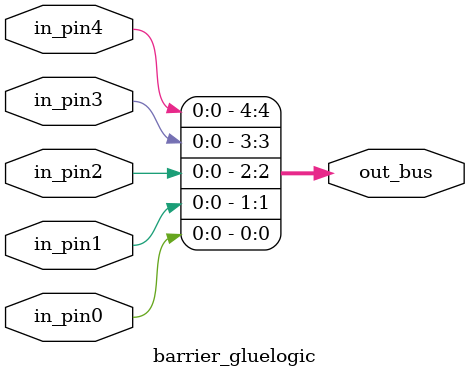
<source format=v>


`timescale 1ns/1ps

module barrier_gluelogic
(
   input wire                                  in_pin4,
   input wire                                  in_pin3,
   input wire                                  in_pin2,
   input wire                                  in_pin1,
   input wire                                  in_pin0,

   output wire  [4:0]                          out_bus
);

assign out_bus = {in_pin4, in_pin3, in_pin2, in_pin1, in_pin0};

endmodule

</source>
